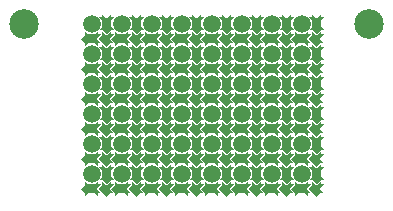
<source format=gbs>
G04 DipTrace 5.1.0.1*
G04 BottomMask.gbs*
%MOIN*%
G04 #@! TF.FileFunction,Soldermask,Bot*
G04 #@! TF.Part,Single*
%ADD16C,0.098425*%
%ADD19C,0.059055*%
%FSLAX26Y26*%
G04*
G70*
G90*
G75*
G01*
G04 BotMask*
%LPD*%
D16*
X487402Y1041732D3*
X1637402D3*
G36*
X690748Y918138D2*
Y905343D1*
X677138Y891732D1*
X690748Y878122D1*
Y865327D1*
X701406Y875984D1*
X723398D1*
X734055Y865327D1*
Y876457D1*
X744831D1*
X729535Y891752D1*
X744735Y907402D1*
X734055D1*
Y918138D1*
X723398Y907480D1*
X701406D1*
X690748Y918138D1*
G37*
G36*
X734224Y891732D2*
X762402Y863555D1*
X774909Y876063D1*
X787744D1*
X772075Y891732D1*
X787705Y907362D1*
X778031D1*
Y917035D1*
X762402Y901406D1*
X746732Y917075D1*
Y904240D1*
X734224Y891732D1*
G37*
G36*
X735996Y920079D2*
X748791D1*
X762402Y906469D1*
X776012Y920079D1*
X788807D1*
X778150Y930736D1*
Y952728D1*
X788807Y963386D1*
X777677D1*
Y974161D1*
X762382Y958866D1*
X746732Y974066D1*
Y963386D1*
X735996D1*
X746654Y952728D1*
Y930736D1*
X735996Y920079D1*
G37*
G36*
X790748Y918138D2*
Y905343D1*
X777138Y891732D1*
X790748Y878122D1*
Y865327D1*
X801406Y875984D1*
X823398D1*
X834055Y865327D1*
Y876457D1*
X844831D1*
X829535Y891752D1*
X844735Y907402D1*
X834055D1*
Y918138D1*
X823398Y907480D1*
X801406D1*
X790748Y918138D1*
G37*
G36*
X834224Y891732D2*
X862402Y863555D1*
X874909Y876063D1*
X887744D1*
X872075Y891732D1*
X887705Y907362D1*
X878031D1*
Y917035D1*
X862402Y901406D1*
X846732Y917075D1*
Y904240D1*
X834224Y891732D1*
G37*
G36*
X835996Y920079D2*
X848791D1*
X862402Y906469D1*
X876012Y920079D1*
X888807D1*
X878150Y930736D1*
Y952728D1*
X888807Y963386D1*
X877677D1*
Y974161D1*
X862382Y958866D1*
X846732Y974066D1*
Y963386D1*
X835996D1*
X846654Y952728D1*
Y930736D1*
X835996Y920079D1*
G37*
G36*
X890748Y918138D2*
Y905343D1*
X877138Y891732D1*
X890748Y878122D1*
Y865327D1*
X901406Y875984D1*
X923398D1*
X934055Y865327D1*
Y876457D1*
X944831D1*
X929535Y891752D1*
X944735Y907402D1*
X934055D1*
Y918138D1*
X923398Y907480D1*
X901406D1*
X890748Y918138D1*
G37*
G36*
X934224Y891732D2*
X962402Y863555D1*
X974909Y876063D1*
X987744D1*
X972075Y891732D1*
X987705Y907362D1*
X978031D1*
Y917035D1*
X962402Y901406D1*
X946732Y917075D1*
Y904240D1*
X934224Y891732D1*
G37*
G36*
X935996Y920079D2*
X948791D1*
X962402Y906469D1*
X976012Y920079D1*
X988807D1*
X978150Y930736D1*
Y952728D1*
X988807Y963386D1*
X977677D1*
Y974161D1*
X962382Y958866D1*
X946732Y974066D1*
Y963386D1*
X935996D1*
X946654Y952728D1*
Y930736D1*
X935996Y920079D1*
G37*
G36*
X990748Y918138D2*
Y905343D1*
X977138Y891732D1*
X990748Y878122D1*
Y865327D1*
X1001406Y875984D1*
X1023398D1*
X1034055Y865327D1*
Y876457D1*
X1044831D1*
X1029535Y891752D1*
X1044735Y907402D1*
X1034055D1*
Y918138D1*
X1023398Y907480D1*
X1001406D1*
X990748Y918138D1*
G37*
G36*
X1034224Y891732D2*
X1062402Y863555D1*
X1074909Y876063D1*
X1087744D1*
X1072075Y891732D1*
X1087705Y907362D1*
X1078031D1*
Y917035D1*
X1062402Y901406D1*
X1046732Y917075D1*
Y904240D1*
X1034224Y891732D1*
G37*
G36*
X1035996Y920079D2*
X1048791D1*
X1062402Y906469D1*
X1076012Y920079D1*
X1088807D1*
X1078150Y930736D1*
Y952728D1*
X1088807Y963386D1*
X1077677D1*
Y974161D1*
X1062382Y958866D1*
X1046732Y974066D1*
Y963386D1*
X1035996D1*
X1046654Y952728D1*
Y930736D1*
X1035996Y920079D1*
G37*
G36*
X1090748Y918138D2*
Y905343D1*
X1077138Y891732D1*
X1090748Y878122D1*
Y865327D1*
X1101406Y875984D1*
X1123398D1*
X1134055Y865327D1*
Y876457D1*
X1144831D1*
X1129535Y891752D1*
X1144735Y907402D1*
X1134055D1*
Y918138D1*
X1123398Y907480D1*
X1101406D1*
X1090748Y918138D1*
G37*
G36*
X1134224Y891732D2*
X1162402Y863555D1*
X1174909Y876063D1*
X1187744D1*
X1172075Y891732D1*
X1187705Y907362D1*
X1178031D1*
Y917035D1*
X1162402Y901406D1*
X1146732Y917075D1*
Y904240D1*
X1134224Y891732D1*
G37*
G36*
X1135996Y920079D2*
X1148791D1*
X1162402Y906469D1*
X1176012Y920079D1*
X1188807D1*
X1178150Y930736D1*
Y952728D1*
X1188807Y963386D1*
X1177677D1*
Y974161D1*
X1162382Y958866D1*
X1146732Y974066D1*
Y963386D1*
X1135996D1*
X1146654Y952728D1*
Y930736D1*
X1135996Y920079D1*
G37*
G36*
X1190748Y918138D2*
Y905343D1*
X1177138Y891732D1*
X1190748Y878122D1*
Y865327D1*
X1201406Y875984D1*
X1223398D1*
X1234055Y865327D1*
Y876457D1*
X1244831D1*
X1229535Y891752D1*
X1244735Y907402D1*
X1234055D1*
Y918138D1*
X1223398Y907480D1*
X1201406D1*
X1190748Y918138D1*
G37*
G36*
X1234224Y891732D2*
X1262402Y863555D1*
X1274909Y876063D1*
X1287744D1*
X1272075Y891732D1*
X1287705Y907362D1*
X1278031D1*
Y917035D1*
X1262402Y901406D1*
X1246732Y917075D1*
Y904240D1*
X1234224Y891732D1*
G37*
G36*
X1235996Y920079D2*
X1248791D1*
X1262402Y906469D1*
X1276012Y920079D1*
X1288807D1*
X1278150Y930736D1*
Y952728D1*
X1288807Y963386D1*
X1277677D1*
Y974161D1*
X1262382Y958866D1*
X1246732Y974066D1*
Y963386D1*
X1235996D1*
X1246654Y952728D1*
Y930736D1*
X1235996Y920079D1*
G37*
G36*
X1290748Y918138D2*
Y905343D1*
X1277138Y891732D1*
X1290748Y878122D1*
Y865327D1*
X1301406Y875984D1*
X1323398D1*
X1334055Y865327D1*
Y876457D1*
X1344831D1*
X1329535Y891752D1*
X1344735Y907402D1*
X1334055D1*
Y918138D1*
X1323398Y907480D1*
X1301406D1*
X1290748Y918138D1*
G37*
G36*
X1334224Y891732D2*
X1362402Y863555D1*
X1374909Y876063D1*
X1387744D1*
X1372075Y891732D1*
X1387705Y907362D1*
X1378031D1*
Y917035D1*
X1362402Y901406D1*
X1346732Y917075D1*
Y904240D1*
X1334224Y891732D1*
G37*
G36*
X1335996Y920079D2*
X1348791D1*
X1362402Y906469D1*
X1376012Y920079D1*
X1388807D1*
X1378150Y930736D1*
Y952728D1*
X1388807Y963386D1*
X1377677D1*
Y974161D1*
X1362382Y958866D1*
X1346732Y974066D1*
Y963386D1*
X1335996D1*
X1346654Y952728D1*
Y930736D1*
X1335996Y920079D1*
G37*
G36*
X1390748Y918138D2*
Y905343D1*
X1377138Y891732D1*
X1390748Y878122D1*
Y865327D1*
X1401406Y875984D1*
X1423398D1*
X1434055Y865327D1*
Y876457D1*
X1444831D1*
X1429535Y891752D1*
X1444735Y907402D1*
X1434055D1*
Y918138D1*
X1423398Y907480D1*
X1401406D1*
X1390748Y918138D1*
G37*
G36*
X1434224Y891732D2*
X1462402Y863555D1*
X1474909Y876063D1*
X1487744D1*
X1472075Y891732D1*
X1487705Y907362D1*
X1478031D1*
Y917035D1*
X1462402Y901406D1*
X1446732Y917075D1*
Y904240D1*
X1434224Y891732D1*
G37*
G36*
X1435996Y920079D2*
X1448791D1*
X1462402Y906469D1*
X1476012Y920079D1*
X1488807D1*
X1478150Y930736D1*
Y952728D1*
X1488807Y963386D1*
X1477677D1*
Y974161D1*
X1462382Y958866D1*
X1446732Y974066D1*
Y963386D1*
X1435996D1*
X1446654Y952728D1*
Y930736D1*
X1435996Y920079D1*
G37*
D19*
X712402Y941732D3*
X812402D3*
X912402D3*
X1012402D3*
X1112402D3*
X1212402D3*
X1312402D3*
X1412402D3*
G36*
X690748Y818138D2*
Y805343D1*
X677138Y791732D1*
X690748Y778122D1*
Y765327D1*
X701406Y775984D1*
X723398D1*
X734055Y765327D1*
Y776457D1*
X744831D1*
X729535Y791752D1*
X744735Y807402D1*
X734055D1*
Y818138D1*
X723398Y807480D1*
X701406D1*
X690748Y818138D1*
G37*
G36*
X734224Y791732D2*
X762402Y763555D1*
X774909Y776063D1*
X787744D1*
X772075Y791732D1*
X787705Y807362D1*
X778031D1*
Y817035D1*
X762402Y801406D1*
X746732Y817075D1*
Y804240D1*
X734224Y791732D1*
G37*
G36*
X735996Y820079D2*
X748791D1*
X762402Y806469D1*
X776012Y820079D1*
X788807D1*
X778150Y830736D1*
Y852728D1*
X788807Y863386D1*
X777677D1*
Y874161D1*
X762382Y858866D1*
X746732Y874066D1*
Y863386D1*
X735996D1*
X746654Y852728D1*
Y830736D1*
X735996Y820079D1*
G37*
G36*
X790748Y818138D2*
Y805343D1*
X777138Y791732D1*
X790748Y778122D1*
Y765327D1*
X801406Y775984D1*
X823398D1*
X834055Y765327D1*
Y776457D1*
X844831D1*
X829535Y791752D1*
X844735Y807402D1*
X834055D1*
Y818138D1*
X823398Y807480D1*
X801406D1*
X790748Y818138D1*
G37*
G36*
X834224Y791732D2*
X862402Y763555D1*
X874909Y776063D1*
X887744D1*
X872075Y791732D1*
X887705Y807362D1*
X878031D1*
Y817035D1*
X862402Y801406D1*
X846732Y817075D1*
Y804240D1*
X834224Y791732D1*
G37*
G36*
X835996Y820079D2*
X848791D1*
X862402Y806469D1*
X876012Y820079D1*
X888807D1*
X878150Y830736D1*
Y852728D1*
X888807Y863386D1*
X877677D1*
Y874161D1*
X862382Y858866D1*
X846732Y874066D1*
Y863386D1*
X835996D1*
X846654Y852728D1*
Y830736D1*
X835996Y820079D1*
G37*
G36*
X890748Y818138D2*
Y805343D1*
X877138Y791732D1*
X890748Y778122D1*
Y765327D1*
X901406Y775984D1*
X923398D1*
X934055Y765327D1*
Y776457D1*
X944831D1*
X929535Y791752D1*
X944735Y807402D1*
X934055D1*
Y818138D1*
X923398Y807480D1*
X901406D1*
X890748Y818138D1*
G37*
G36*
X934224Y791732D2*
X962402Y763555D1*
X974909Y776063D1*
X987744D1*
X972075Y791732D1*
X987705Y807362D1*
X978031D1*
Y817035D1*
X962402Y801406D1*
X946732Y817075D1*
Y804240D1*
X934224Y791732D1*
G37*
G36*
X935996Y820079D2*
X948791D1*
X962402Y806469D1*
X976012Y820079D1*
X988807D1*
X978150Y830736D1*
Y852728D1*
X988807Y863386D1*
X977677D1*
Y874161D1*
X962382Y858866D1*
X946732Y874066D1*
Y863386D1*
X935996D1*
X946654Y852728D1*
Y830736D1*
X935996Y820079D1*
G37*
G36*
X990748Y818138D2*
Y805343D1*
X977138Y791732D1*
X990748Y778122D1*
Y765327D1*
X1001406Y775984D1*
X1023398D1*
X1034055Y765327D1*
Y776457D1*
X1044831D1*
X1029535Y791752D1*
X1044735Y807402D1*
X1034055D1*
Y818138D1*
X1023398Y807480D1*
X1001406D1*
X990748Y818138D1*
G37*
G36*
X1034224Y791732D2*
X1062402Y763555D1*
X1074909Y776063D1*
X1087744D1*
X1072075Y791732D1*
X1087705Y807362D1*
X1078031D1*
Y817035D1*
X1062402Y801406D1*
X1046732Y817075D1*
Y804240D1*
X1034224Y791732D1*
G37*
G36*
X1035996Y820079D2*
X1048791D1*
X1062402Y806469D1*
X1076012Y820079D1*
X1088807D1*
X1078150Y830736D1*
Y852728D1*
X1088807Y863386D1*
X1077677D1*
Y874161D1*
X1062382Y858866D1*
X1046732Y874066D1*
Y863386D1*
X1035996D1*
X1046654Y852728D1*
Y830736D1*
X1035996Y820079D1*
G37*
G36*
X1090748Y818138D2*
Y805343D1*
X1077138Y791732D1*
X1090748Y778122D1*
Y765327D1*
X1101406Y775984D1*
X1123398D1*
X1134055Y765327D1*
Y776457D1*
X1144831D1*
X1129535Y791752D1*
X1144735Y807402D1*
X1134055D1*
Y818138D1*
X1123398Y807480D1*
X1101406D1*
X1090748Y818138D1*
G37*
G36*
X1134224Y791732D2*
X1162402Y763555D1*
X1174909Y776063D1*
X1187744D1*
X1172075Y791732D1*
X1187705Y807362D1*
X1178031D1*
Y817035D1*
X1162402Y801406D1*
X1146732Y817075D1*
Y804240D1*
X1134224Y791732D1*
G37*
G36*
X1135996Y820079D2*
X1148791D1*
X1162402Y806469D1*
X1176012Y820079D1*
X1188807D1*
X1178150Y830736D1*
Y852728D1*
X1188807Y863386D1*
X1177677D1*
Y874161D1*
X1162382Y858866D1*
X1146732Y874066D1*
Y863386D1*
X1135996D1*
X1146654Y852728D1*
Y830736D1*
X1135996Y820079D1*
G37*
G36*
X1190748Y818138D2*
Y805343D1*
X1177138Y791732D1*
X1190748Y778122D1*
Y765327D1*
X1201406Y775984D1*
X1223398D1*
X1234055Y765327D1*
Y776457D1*
X1244831D1*
X1229535Y791752D1*
X1244735Y807402D1*
X1234055D1*
Y818138D1*
X1223398Y807480D1*
X1201406D1*
X1190748Y818138D1*
G37*
G36*
X1234224Y791732D2*
X1262402Y763555D1*
X1274909Y776063D1*
X1287744D1*
X1272075Y791732D1*
X1287705Y807362D1*
X1278031D1*
Y817035D1*
X1262402Y801406D1*
X1246732Y817075D1*
Y804240D1*
X1234224Y791732D1*
G37*
G36*
X1235996Y820079D2*
X1248791D1*
X1262402Y806469D1*
X1276012Y820079D1*
X1288807D1*
X1278150Y830736D1*
Y852728D1*
X1288807Y863386D1*
X1277677D1*
Y874161D1*
X1262382Y858866D1*
X1246732Y874066D1*
Y863386D1*
X1235996D1*
X1246654Y852728D1*
Y830736D1*
X1235996Y820079D1*
G37*
G36*
X1290748Y818138D2*
Y805343D1*
X1277138Y791732D1*
X1290748Y778122D1*
Y765327D1*
X1301406Y775984D1*
X1323398D1*
X1334055Y765327D1*
Y776457D1*
X1344831D1*
X1329535Y791752D1*
X1344735Y807402D1*
X1334055D1*
Y818138D1*
X1323398Y807480D1*
X1301406D1*
X1290748Y818138D1*
G37*
G36*
X1334224Y791732D2*
X1362402Y763555D1*
X1374909Y776063D1*
X1387744D1*
X1372075Y791732D1*
X1387705Y807362D1*
X1378031D1*
Y817035D1*
X1362402Y801406D1*
X1346732Y817075D1*
Y804240D1*
X1334224Y791732D1*
G37*
G36*
X1335996Y820079D2*
X1348791D1*
X1362402Y806469D1*
X1376012Y820079D1*
X1388807D1*
X1378150Y830736D1*
Y852728D1*
X1388807Y863386D1*
X1377677D1*
Y874161D1*
X1362382Y858866D1*
X1346732Y874066D1*
Y863386D1*
X1335996D1*
X1346654Y852728D1*
Y830736D1*
X1335996Y820079D1*
G37*
G36*
X1390748Y818138D2*
Y805343D1*
X1377138Y791732D1*
X1390748Y778122D1*
Y765327D1*
X1401406Y775984D1*
X1423398D1*
X1434055Y765327D1*
Y776457D1*
X1444831D1*
X1429535Y791752D1*
X1444735Y807402D1*
X1434055D1*
Y818138D1*
X1423398Y807480D1*
X1401406D1*
X1390748Y818138D1*
G37*
G36*
X1434224Y791732D2*
X1462402Y763555D1*
X1474909Y776063D1*
X1487744D1*
X1472075Y791732D1*
X1487705Y807362D1*
X1478031D1*
Y817035D1*
X1462402Y801406D1*
X1446732Y817075D1*
Y804240D1*
X1434224Y791732D1*
G37*
G36*
X1435996Y820079D2*
X1448791D1*
X1462402Y806469D1*
X1476012Y820079D1*
X1488807D1*
X1478150Y830736D1*
Y852728D1*
X1488807Y863386D1*
X1477677D1*
Y874161D1*
X1462382Y858866D1*
X1446732Y874066D1*
Y863386D1*
X1435996D1*
X1446654Y852728D1*
Y830736D1*
X1435996Y820079D1*
G37*
D19*
X712402Y841732D3*
X812402D3*
X912402D3*
X1012402D3*
X1112402D3*
X1212402D3*
X1312402D3*
X1412402D3*
G36*
X690748Y718138D2*
Y705343D1*
X677138Y691732D1*
X690748Y678122D1*
Y665327D1*
X701406Y675984D1*
X723398D1*
X734055Y665327D1*
Y676457D1*
X744831D1*
X729535Y691752D1*
X744735Y707402D1*
X734055D1*
Y718138D1*
X723398Y707480D1*
X701406D1*
X690748Y718138D1*
G37*
G36*
X734224Y691732D2*
X762402Y663555D1*
X774909Y676063D1*
X787744D1*
X772075Y691732D1*
X787705Y707362D1*
X778031D1*
Y717035D1*
X762402Y701406D1*
X746732Y717075D1*
Y704240D1*
X734224Y691732D1*
G37*
G36*
X735996Y720079D2*
X748791D1*
X762402Y706469D1*
X776012Y720079D1*
X788807D1*
X778150Y730736D1*
Y752728D1*
X788807Y763386D1*
X777677D1*
Y774161D1*
X762382Y758866D1*
X746732Y774066D1*
Y763386D1*
X735996D1*
X746654Y752728D1*
Y730736D1*
X735996Y720079D1*
G37*
G36*
X790748Y718138D2*
Y705343D1*
X777138Y691732D1*
X790748Y678122D1*
Y665327D1*
X801406Y675984D1*
X823398D1*
X834055Y665327D1*
Y676457D1*
X844831D1*
X829535Y691752D1*
X844735Y707402D1*
X834055D1*
Y718138D1*
X823398Y707480D1*
X801406D1*
X790748Y718138D1*
G37*
G36*
X834224Y691732D2*
X862402Y663555D1*
X874909Y676063D1*
X887744D1*
X872075Y691732D1*
X887705Y707362D1*
X878031D1*
Y717035D1*
X862402Y701406D1*
X846732Y717075D1*
Y704240D1*
X834224Y691732D1*
G37*
G36*
X835996Y720079D2*
X848791D1*
X862402Y706469D1*
X876012Y720079D1*
X888807D1*
X878150Y730736D1*
Y752728D1*
X888807Y763386D1*
X877677D1*
Y774161D1*
X862382Y758866D1*
X846732Y774066D1*
Y763386D1*
X835996D1*
X846654Y752728D1*
Y730736D1*
X835996Y720079D1*
G37*
G36*
X890748Y718138D2*
Y705343D1*
X877138Y691732D1*
X890748Y678122D1*
Y665327D1*
X901406Y675984D1*
X923398D1*
X934055Y665327D1*
Y676457D1*
X944831D1*
X929535Y691752D1*
X944735Y707402D1*
X934055D1*
Y718138D1*
X923398Y707480D1*
X901406D1*
X890748Y718138D1*
G37*
G36*
X934224Y691732D2*
X962402Y663555D1*
X974909Y676063D1*
X987744D1*
X972075Y691732D1*
X987705Y707362D1*
X978031D1*
Y717035D1*
X962402Y701406D1*
X946732Y717075D1*
Y704240D1*
X934224Y691732D1*
G37*
G36*
X935996Y720079D2*
X948791D1*
X962402Y706469D1*
X976012Y720079D1*
X988807D1*
X978150Y730736D1*
Y752728D1*
X988807Y763386D1*
X977677D1*
Y774161D1*
X962382Y758866D1*
X946732Y774066D1*
Y763386D1*
X935996D1*
X946654Y752728D1*
Y730736D1*
X935996Y720079D1*
G37*
G36*
X990748Y718138D2*
Y705343D1*
X977138Y691732D1*
X990748Y678122D1*
Y665327D1*
X1001406Y675984D1*
X1023398D1*
X1034055Y665327D1*
Y676457D1*
X1044831D1*
X1029535Y691752D1*
X1044735Y707402D1*
X1034055D1*
Y718138D1*
X1023398Y707480D1*
X1001406D1*
X990748Y718138D1*
G37*
G36*
X1034224Y691732D2*
X1062402Y663555D1*
X1074909Y676063D1*
X1087744D1*
X1072075Y691732D1*
X1087705Y707362D1*
X1078031D1*
Y717035D1*
X1062402Y701406D1*
X1046732Y717075D1*
Y704240D1*
X1034224Y691732D1*
G37*
G36*
X1035996Y720079D2*
X1048791D1*
X1062402Y706469D1*
X1076012Y720079D1*
X1088807D1*
X1078150Y730736D1*
Y752728D1*
X1088807Y763386D1*
X1077677D1*
Y774161D1*
X1062382Y758866D1*
X1046732Y774066D1*
Y763386D1*
X1035996D1*
X1046654Y752728D1*
Y730736D1*
X1035996Y720079D1*
G37*
G36*
X1090748Y718138D2*
Y705343D1*
X1077138Y691732D1*
X1090748Y678122D1*
Y665327D1*
X1101406Y675984D1*
X1123398D1*
X1134055Y665327D1*
Y676457D1*
X1144831D1*
X1129535Y691752D1*
X1144735Y707402D1*
X1134055D1*
Y718138D1*
X1123398Y707480D1*
X1101406D1*
X1090748Y718138D1*
G37*
G36*
X1134224Y691732D2*
X1162402Y663555D1*
X1174909Y676063D1*
X1187744D1*
X1172075Y691732D1*
X1187705Y707362D1*
X1178031D1*
Y717035D1*
X1162402Y701406D1*
X1146732Y717075D1*
Y704240D1*
X1134224Y691732D1*
G37*
G36*
X1135996Y720079D2*
X1148791D1*
X1162402Y706469D1*
X1176012Y720079D1*
X1188807D1*
X1178150Y730736D1*
Y752728D1*
X1188807Y763386D1*
X1177677D1*
Y774161D1*
X1162382Y758866D1*
X1146732Y774066D1*
Y763386D1*
X1135996D1*
X1146654Y752728D1*
Y730736D1*
X1135996Y720079D1*
G37*
G36*
X1190748Y718138D2*
Y705343D1*
X1177138Y691732D1*
X1190748Y678122D1*
Y665327D1*
X1201406Y675984D1*
X1223398D1*
X1234055Y665327D1*
Y676457D1*
X1244831D1*
X1229535Y691752D1*
X1244735Y707402D1*
X1234055D1*
Y718138D1*
X1223398Y707480D1*
X1201406D1*
X1190748Y718138D1*
G37*
G36*
X1234224Y691732D2*
X1262402Y663555D1*
X1274909Y676063D1*
X1287744D1*
X1272075Y691732D1*
X1287705Y707362D1*
X1278031D1*
Y717035D1*
X1262402Y701406D1*
X1246732Y717075D1*
Y704240D1*
X1234224Y691732D1*
G37*
G36*
X1235996Y720079D2*
X1248791D1*
X1262402Y706469D1*
X1276012Y720079D1*
X1288807D1*
X1278150Y730736D1*
Y752728D1*
X1288807Y763386D1*
X1277677D1*
Y774161D1*
X1262382Y758866D1*
X1246732Y774066D1*
Y763386D1*
X1235996D1*
X1246654Y752728D1*
Y730736D1*
X1235996Y720079D1*
G37*
G36*
X1290748Y718138D2*
Y705343D1*
X1277138Y691732D1*
X1290748Y678122D1*
Y665327D1*
X1301406Y675984D1*
X1323398D1*
X1334055Y665327D1*
Y676457D1*
X1344831D1*
X1329535Y691752D1*
X1344735Y707402D1*
X1334055D1*
Y718138D1*
X1323398Y707480D1*
X1301406D1*
X1290748Y718138D1*
G37*
G36*
X1334224Y691732D2*
X1362402Y663555D1*
X1374909Y676063D1*
X1387744D1*
X1372075Y691732D1*
X1387705Y707362D1*
X1378031D1*
Y717035D1*
X1362402Y701406D1*
X1346732Y717075D1*
Y704240D1*
X1334224Y691732D1*
G37*
G36*
X1335996Y720079D2*
X1348791D1*
X1362402Y706469D1*
X1376012Y720079D1*
X1388807D1*
X1378150Y730736D1*
Y752728D1*
X1388807Y763386D1*
X1377677D1*
Y774161D1*
X1362382Y758866D1*
X1346732Y774066D1*
Y763386D1*
X1335996D1*
X1346654Y752728D1*
Y730736D1*
X1335996Y720079D1*
G37*
G36*
X1390748Y718138D2*
Y705343D1*
X1377138Y691732D1*
X1390748Y678122D1*
Y665327D1*
X1401406Y675984D1*
X1423398D1*
X1434055Y665327D1*
Y676457D1*
X1444831D1*
X1429535Y691752D1*
X1444735Y707402D1*
X1434055D1*
Y718138D1*
X1423398Y707480D1*
X1401406D1*
X1390748Y718138D1*
G37*
G36*
X1434224Y691732D2*
X1462402Y663555D1*
X1474909Y676063D1*
X1487744D1*
X1472075Y691732D1*
X1487705Y707362D1*
X1478031D1*
Y717035D1*
X1462402Y701406D1*
X1446732Y717075D1*
Y704240D1*
X1434224Y691732D1*
G37*
G36*
X1435996Y720079D2*
X1448791D1*
X1462402Y706469D1*
X1476012Y720079D1*
X1488807D1*
X1478150Y730736D1*
Y752728D1*
X1488807Y763386D1*
X1477677D1*
Y774161D1*
X1462382Y758866D1*
X1446732Y774066D1*
Y763386D1*
X1435996D1*
X1446654Y752728D1*
Y730736D1*
X1435996Y720079D1*
G37*
D19*
X712402Y741732D3*
X812402D3*
X912402D3*
X1012402D3*
X1112402D3*
X1212402D3*
X1312402D3*
X1412402D3*
G36*
X690748Y618138D2*
Y605343D1*
X677138Y591732D1*
X690748Y578122D1*
Y565327D1*
X701406Y575984D1*
X723398D1*
X734055Y565327D1*
Y576457D1*
X744831D1*
X729535Y591752D1*
X744735Y607402D1*
X734055D1*
Y618138D1*
X723398Y607480D1*
X701406D1*
X690748Y618138D1*
G37*
G36*
X734224Y591732D2*
X762402Y563555D1*
X774909Y576063D1*
X787744D1*
X772075Y591732D1*
X787705Y607362D1*
X778031D1*
Y617035D1*
X762402Y601406D1*
X746732Y617075D1*
Y604240D1*
X734224Y591732D1*
G37*
G36*
X735996Y620079D2*
X748791D1*
X762402Y606469D1*
X776012Y620079D1*
X788807D1*
X778150Y630736D1*
Y652728D1*
X788807Y663386D1*
X777677D1*
Y674161D1*
X762382Y658866D1*
X746732Y674066D1*
Y663386D1*
X735996D1*
X746654Y652728D1*
Y630736D1*
X735996Y620079D1*
G37*
G36*
X790748Y618138D2*
Y605343D1*
X777138Y591732D1*
X790748Y578122D1*
Y565327D1*
X801406Y575984D1*
X823398D1*
X834055Y565327D1*
Y576457D1*
X844831D1*
X829535Y591752D1*
X844735Y607402D1*
X834055D1*
Y618138D1*
X823398Y607480D1*
X801406D1*
X790748Y618138D1*
G37*
G36*
X834224Y591732D2*
X862402Y563555D1*
X874909Y576063D1*
X887744D1*
X872075Y591732D1*
X887705Y607362D1*
X878031D1*
Y617035D1*
X862402Y601406D1*
X846732Y617075D1*
Y604240D1*
X834224Y591732D1*
G37*
G36*
X835996Y620079D2*
X848791D1*
X862402Y606469D1*
X876012Y620079D1*
X888807D1*
X878150Y630736D1*
Y652728D1*
X888807Y663386D1*
X877677D1*
Y674161D1*
X862382Y658866D1*
X846732Y674066D1*
Y663386D1*
X835996D1*
X846654Y652728D1*
Y630736D1*
X835996Y620079D1*
G37*
G36*
X890748Y618138D2*
Y605343D1*
X877138Y591732D1*
X890748Y578122D1*
Y565327D1*
X901406Y575984D1*
X923398D1*
X934055Y565327D1*
Y576457D1*
X944831D1*
X929535Y591752D1*
X944735Y607402D1*
X934055D1*
Y618138D1*
X923398Y607480D1*
X901406D1*
X890748Y618138D1*
G37*
G36*
X934224Y591732D2*
X962402Y563555D1*
X974909Y576063D1*
X987744D1*
X972075Y591732D1*
X987705Y607362D1*
X978031D1*
Y617035D1*
X962402Y601406D1*
X946732Y617075D1*
Y604240D1*
X934224Y591732D1*
G37*
G36*
X935996Y620079D2*
X948791D1*
X962402Y606469D1*
X976012Y620079D1*
X988807D1*
X978150Y630736D1*
Y652728D1*
X988807Y663386D1*
X977677D1*
Y674161D1*
X962382Y658866D1*
X946732Y674066D1*
Y663386D1*
X935996D1*
X946654Y652728D1*
Y630736D1*
X935996Y620079D1*
G37*
G36*
X990748Y618138D2*
Y605343D1*
X977138Y591732D1*
X990748Y578122D1*
Y565327D1*
X1001406Y575984D1*
X1023398D1*
X1034055Y565327D1*
Y576457D1*
X1044831D1*
X1029535Y591752D1*
X1044735Y607402D1*
X1034055D1*
Y618138D1*
X1023398Y607480D1*
X1001406D1*
X990748Y618138D1*
G37*
G36*
X1034224Y591732D2*
X1062402Y563555D1*
X1074909Y576063D1*
X1087744D1*
X1072075Y591732D1*
X1087705Y607362D1*
X1078031D1*
Y617035D1*
X1062402Y601406D1*
X1046732Y617075D1*
Y604240D1*
X1034224Y591732D1*
G37*
G36*
X1035996Y620079D2*
X1048791D1*
X1062402Y606469D1*
X1076012Y620079D1*
X1088807D1*
X1078150Y630736D1*
Y652728D1*
X1088807Y663386D1*
X1077677D1*
Y674161D1*
X1062382Y658866D1*
X1046732Y674066D1*
Y663386D1*
X1035996D1*
X1046654Y652728D1*
Y630736D1*
X1035996Y620079D1*
G37*
G36*
X1090748Y618138D2*
Y605343D1*
X1077138Y591732D1*
X1090748Y578122D1*
Y565327D1*
X1101406Y575984D1*
X1123398D1*
X1134055Y565327D1*
Y576457D1*
X1144831D1*
X1129535Y591752D1*
X1144735Y607402D1*
X1134055D1*
Y618138D1*
X1123398Y607480D1*
X1101406D1*
X1090748Y618138D1*
G37*
G36*
X1134224Y591732D2*
X1162402Y563555D1*
X1174909Y576063D1*
X1187744D1*
X1172075Y591732D1*
X1187705Y607362D1*
X1178031D1*
Y617035D1*
X1162402Y601406D1*
X1146732Y617075D1*
Y604240D1*
X1134224Y591732D1*
G37*
G36*
X1135996Y620079D2*
X1148791D1*
X1162402Y606469D1*
X1176012Y620079D1*
X1188807D1*
X1178150Y630736D1*
Y652728D1*
X1188807Y663386D1*
X1177677D1*
Y674161D1*
X1162382Y658866D1*
X1146732Y674066D1*
Y663386D1*
X1135996D1*
X1146654Y652728D1*
Y630736D1*
X1135996Y620079D1*
G37*
G36*
X1190748Y618138D2*
Y605343D1*
X1177138Y591732D1*
X1190748Y578122D1*
Y565327D1*
X1201406Y575984D1*
X1223398D1*
X1234055Y565327D1*
Y576457D1*
X1244831D1*
X1229535Y591752D1*
X1244735Y607402D1*
X1234055D1*
Y618138D1*
X1223398Y607480D1*
X1201406D1*
X1190748Y618138D1*
G37*
G36*
X1234224Y591732D2*
X1262402Y563555D1*
X1274909Y576063D1*
X1287744D1*
X1272075Y591732D1*
X1287705Y607362D1*
X1278031D1*
Y617035D1*
X1262402Y601406D1*
X1246732Y617075D1*
Y604240D1*
X1234224Y591732D1*
G37*
G36*
X1235996Y620079D2*
X1248791D1*
X1262402Y606469D1*
X1276012Y620079D1*
X1288807D1*
X1278150Y630736D1*
Y652728D1*
X1288807Y663386D1*
X1277677D1*
Y674161D1*
X1262382Y658866D1*
X1246732Y674066D1*
Y663386D1*
X1235996D1*
X1246654Y652728D1*
Y630736D1*
X1235996Y620079D1*
G37*
G36*
X1290748Y618138D2*
Y605343D1*
X1277138Y591732D1*
X1290748Y578122D1*
Y565327D1*
X1301406Y575984D1*
X1323398D1*
X1334055Y565327D1*
Y576457D1*
X1344831D1*
X1329535Y591752D1*
X1344735Y607402D1*
X1334055D1*
Y618138D1*
X1323398Y607480D1*
X1301406D1*
X1290748Y618138D1*
G37*
G36*
X1334224Y591732D2*
X1362402Y563555D1*
X1374909Y576063D1*
X1387744D1*
X1372075Y591732D1*
X1387705Y607362D1*
X1378031D1*
Y617035D1*
X1362402Y601406D1*
X1346732Y617075D1*
Y604240D1*
X1334224Y591732D1*
G37*
G36*
X1335996Y620079D2*
X1348791D1*
X1362402Y606469D1*
X1376012Y620079D1*
X1388807D1*
X1378150Y630736D1*
Y652728D1*
X1388807Y663386D1*
X1377677D1*
Y674161D1*
X1362382Y658866D1*
X1346732Y674066D1*
Y663386D1*
X1335996D1*
X1346654Y652728D1*
Y630736D1*
X1335996Y620079D1*
G37*
G36*
X1390748Y618138D2*
Y605343D1*
X1377138Y591732D1*
X1390748Y578122D1*
Y565327D1*
X1401406Y575984D1*
X1423398D1*
X1434055Y565327D1*
Y576457D1*
X1444831D1*
X1429535Y591752D1*
X1444735Y607402D1*
X1434055D1*
Y618138D1*
X1423398Y607480D1*
X1401406D1*
X1390748Y618138D1*
G37*
G36*
X1434224Y591732D2*
X1462402Y563555D1*
X1474909Y576063D1*
X1487744D1*
X1472075Y591732D1*
X1487705Y607362D1*
X1478031D1*
Y617035D1*
X1462402Y601406D1*
X1446732Y617075D1*
Y604240D1*
X1434224Y591732D1*
G37*
G36*
X1435996Y620079D2*
X1448791D1*
X1462402Y606469D1*
X1476012Y620079D1*
X1488807D1*
X1478150Y630736D1*
Y652728D1*
X1488807Y663386D1*
X1477677D1*
Y674161D1*
X1462382Y658866D1*
X1446732Y674066D1*
Y663386D1*
X1435996D1*
X1446654Y652728D1*
Y630736D1*
X1435996Y620079D1*
G37*
D19*
X712402Y641732D3*
X812402D3*
X912402D3*
X1012402D3*
X1112402D3*
X1212402D3*
X1312402D3*
X1412402D3*
G36*
X690748Y518138D2*
Y505343D1*
X677138Y491732D1*
X690748Y478122D1*
Y465327D1*
X701406Y475984D1*
X723398D1*
X734055Y465327D1*
Y476457D1*
X744831D1*
X729535Y491752D1*
X744735Y507402D1*
X734055D1*
Y518138D1*
X723398Y507480D1*
X701406D1*
X690748Y518138D1*
G37*
G36*
X734224Y491732D2*
X762402Y463555D1*
X774909Y476063D1*
X787744D1*
X772075Y491732D1*
X787705Y507362D1*
X778031D1*
Y517035D1*
X762402Y501406D1*
X746732Y517075D1*
Y504240D1*
X734224Y491732D1*
G37*
G36*
X735996Y520079D2*
X748791D1*
X762402Y506469D1*
X776012Y520079D1*
X788807D1*
X778150Y530736D1*
Y552728D1*
X788807Y563386D1*
X777677D1*
Y574161D1*
X762382Y558866D1*
X746732Y574066D1*
Y563386D1*
X735996D1*
X746654Y552728D1*
Y530736D1*
X735996Y520079D1*
G37*
G36*
X790748Y518138D2*
Y505343D1*
X777138Y491732D1*
X790748Y478122D1*
Y465327D1*
X801406Y475984D1*
X823398D1*
X834055Y465327D1*
Y476457D1*
X844831D1*
X829535Y491752D1*
X844735Y507402D1*
X834055D1*
Y518138D1*
X823398Y507480D1*
X801406D1*
X790748Y518138D1*
G37*
G36*
X834224Y491732D2*
X862402Y463555D1*
X874909Y476063D1*
X887744D1*
X872075Y491732D1*
X887705Y507362D1*
X878031D1*
Y517035D1*
X862402Y501406D1*
X846732Y517075D1*
Y504240D1*
X834224Y491732D1*
G37*
G36*
X835996Y520079D2*
X848791D1*
X862402Y506469D1*
X876012Y520079D1*
X888807D1*
X878150Y530736D1*
Y552728D1*
X888807Y563386D1*
X877677D1*
Y574161D1*
X862382Y558866D1*
X846732Y574066D1*
Y563386D1*
X835996D1*
X846654Y552728D1*
Y530736D1*
X835996Y520079D1*
G37*
G36*
X890748Y518138D2*
Y505343D1*
X877138Y491732D1*
X890748Y478122D1*
Y465327D1*
X901406Y475984D1*
X923398D1*
X934055Y465327D1*
Y476457D1*
X944831D1*
X929535Y491752D1*
X944735Y507402D1*
X934055D1*
Y518138D1*
X923398Y507480D1*
X901406D1*
X890748Y518138D1*
G37*
G36*
X934224Y491732D2*
X962402Y463555D1*
X974909Y476063D1*
X987744D1*
X972075Y491732D1*
X987705Y507362D1*
X978031D1*
Y517035D1*
X962402Y501406D1*
X946732Y517075D1*
Y504240D1*
X934224Y491732D1*
G37*
G36*
X935996Y520079D2*
X948791D1*
X962402Y506469D1*
X976012Y520079D1*
X988807D1*
X978150Y530736D1*
Y552728D1*
X988807Y563386D1*
X977677D1*
Y574161D1*
X962382Y558866D1*
X946732Y574066D1*
Y563386D1*
X935996D1*
X946654Y552728D1*
Y530736D1*
X935996Y520079D1*
G37*
G36*
X990748Y518138D2*
Y505343D1*
X977138Y491732D1*
X990748Y478122D1*
Y465327D1*
X1001406Y475984D1*
X1023398D1*
X1034055Y465327D1*
Y476457D1*
X1044831D1*
X1029535Y491752D1*
X1044735Y507402D1*
X1034055D1*
Y518138D1*
X1023398Y507480D1*
X1001406D1*
X990748Y518138D1*
G37*
G36*
X1034224Y491732D2*
X1062402Y463555D1*
X1074909Y476063D1*
X1087744D1*
X1072075Y491732D1*
X1087705Y507362D1*
X1078031D1*
Y517035D1*
X1062402Y501406D1*
X1046732Y517075D1*
Y504240D1*
X1034224Y491732D1*
G37*
G36*
X1035996Y520079D2*
X1048791D1*
X1062402Y506469D1*
X1076012Y520079D1*
X1088807D1*
X1078150Y530736D1*
Y552728D1*
X1088807Y563386D1*
X1077677D1*
Y574161D1*
X1062382Y558866D1*
X1046732Y574066D1*
Y563386D1*
X1035996D1*
X1046654Y552728D1*
Y530736D1*
X1035996Y520079D1*
G37*
G36*
X1090748Y518138D2*
Y505343D1*
X1077138Y491732D1*
X1090748Y478122D1*
Y465327D1*
X1101406Y475984D1*
X1123398D1*
X1134055Y465327D1*
Y476457D1*
X1144831D1*
X1129535Y491752D1*
X1144735Y507402D1*
X1134055D1*
Y518138D1*
X1123398Y507480D1*
X1101406D1*
X1090748Y518138D1*
G37*
G36*
X1134224Y491732D2*
X1162402Y463555D1*
X1174909Y476063D1*
X1187744D1*
X1172075Y491732D1*
X1187705Y507362D1*
X1178031D1*
Y517035D1*
X1162402Y501406D1*
X1146732Y517075D1*
Y504240D1*
X1134224Y491732D1*
G37*
G36*
X1135996Y520079D2*
X1148791D1*
X1162402Y506469D1*
X1176012Y520079D1*
X1188807D1*
X1178150Y530736D1*
Y552728D1*
X1188807Y563386D1*
X1177677D1*
Y574161D1*
X1162382Y558866D1*
X1146732Y574066D1*
Y563386D1*
X1135996D1*
X1146654Y552728D1*
Y530736D1*
X1135996Y520079D1*
G37*
G36*
X1190748Y518138D2*
Y505343D1*
X1177138Y491732D1*
X1190748Y478122D1*
Y465327D1*
X1201406Y475984D1*
X1223398D1*
X1234055Y465327D1*
Y476457D1*
X1244831D1*
X1229535Y491752D1*
X1244735Y507402D1*
X1234055D1*
Y518138D1*
X1223398Y507480D1*
X1201406D1*
X1190748Y518138D1*
G37*
G36*
X1234224Y491732D2*
X1262402Y463555D1*
X1274909Y476063D1*
X1287744D1*
X1272075Y491732D1*
X1287705Y507362D1*
X1278031D1*
Y517035D1*
X1262402Y501406D1*
X1246732Y517075D1*
Y504240D1*
X1234224Y491732D1*
G37*
G36*
X1235996Y520079D2*
X1248791D1*
X1262402Y506469D1*
X1276012Y520079D1*
X1288807D1*
X1278150Y530736D1*
Y552728D1*
X1288807Y563386D1*
X1277677D1*
Y574161D1*
X1262382Y558866D1*
X1246732Y574066D1*
Y563386D1*
X1235996D1*
X1246654Y552728D1*
Y530736D1*
X1235996Y520079D1*
G37*
G36*
X1290748Y518138D2*
Y505343D1*
X1277138Y491732D1*
X1290748Y478122D1*
Y465327D1*
X1301406Y475984D1*
X1323398D1*
X1334055Y465327D1*
Y476457D1*
X1344831D1*
X1329535Y491752D1*
X1344735Y507402D1*
X1334055D1*
Y518138D1*
X1323398Y507480D1*
X1301406D1*
X1290748Y518138D1*
G37*
G36*
X1334224Y491732D2*
X1362402Y463555D1*
X1374909Y476063D1*
X1387744D1*
X1372075Y491732D1*
X1387705Y507362D1*
X1378031D1*
Y517035D1*
X1362402Y501406D1*
X1346732Y517075D1*
Y504240D1*
X1334224Y491732D1*
G37*
G36*
X1335996Y520079D2*
X1348791D1*
X1362402Y506469D1*
X1376012Y520079D1*
X1388807D1*
X1378150Y530736D1*
Y552728D1*
X1388807Y563386D1*
X1377677D1*
Y574161D1*
X1362382Y558866D1*
X1346732Y574066D1*
Y563386D1*
X1335996D1*
X1346654Y552728D1*
Y530736D1*
X1335996Y520079D1*
G37*
G36*
X1390748Y518138D2*
Y505343D1*
X1377138Y491732D1*
X1390748Y478122D1*
Y465327D1*
X1401406Y475984D1*
X1423398D1*
X1434055Y465327D1*
Y476457D1*
X1444831D1*
X1429535Y491752D1*
X1444735Y507402D1*
X1434055D1*
Y518138D1*
X1423398Y507480D1*
X1401406D1*
X1390748Y518138D1*
G37*
G36*
X1434224Y491732D2*
X1462402Y463555D1*
X1474909Y476063D1*
X1487744D1*
X1472075Y491732D1*
X1487705Y507362D1*
X1478031D1*
Y517035D1*
X1462402Y501406D1*
X1446732Y517075D1*
Y504240D1*
X1434224Y491732D1*
G37*
G36*
X1435996Y520079D2*
X1448791D1*
X1462402Y506469D1*
X1476012Y520079D1*
X1488807D1*
X1478150Y530736D1*
Y552728D1*
X1488807Y563386D1*
X1477677D1*
Y574161D1*
X1462382Y558866D1*
X1446732Y574066D1*
Y563386D1*
X1435996D1*
X1446654Y552728D1*
Y530736D1*
X1435996Y520079D1*
G37*
D19*
X712402Y541732D3*
X812402D3*
X912402D3*
X1012402D3*
X1112402D3*
X1212402D3*
X1312402D3*
X1412402D3*
G36*
X690748Y1018138D2*
Y1005343D1*
X677138Y991732D1*
X690748Y978122D1*
Y965327D1*
X701406Y975984D1*
X723398D1*
X734055Y965327D1*
Y976457D1*
X744831D1*
X729535Y991752D1*
X744735Y1007402D1*
X734055D1*
Y1018138D1*
X723398Y1007480D1*
X701406D1*
X690748Y1018138D1*
G37*
G36*
X734224Y991732D2*
X762402Y963555D1*
X774909Y976063D1*
X787744D1*
X772075Y991732D1*
X787705Y1007362D1*
X778031D1*
Y1017035D1*
X762402Y1001406D1*
X746732Y1017075D1*
Y1004240D1*
X734224Y991732D1*
G37*
G36*
X735996Y1020079D2*
X748791D1*
X762402Y1006469D1*
X776012Y1020079D1*
X788807D1*
X778150Y1030736D1*
Y1052728D1*
X788807Y1063386D1*
X777677D1*
Y1074161D1*
X762382Y1058866D1*
X746732Y1074066D1*
Y1063386D1*
X735996D1*
X746654Y1052728D1*
Y1030736D1*
X735996Y1020079D1*
G37*
G36*
X790748Y1018138D2*
Y1005343D1*
X777138Y991732D1*
X790748Y978122D1*
Y965327D1*
X801406Y975984D1*
X823398D1*
X834055Y965327D1*
Y976457D1*
X844831D1*
X829535Y991752D1*
X844735Y1007402D1*
X834055D1*
Y1018138D1*
X823398Y1007480D1*
X801406D1*
X790748Y1018138D1*
G37*
G36*
X834224Y991732D2*
X862402Y963555D1*
X874909Y976063D1*
X887744D1*
X872075Y991732D1*
X887705Y1007362D1*
X878031D1*
Y1017035D1*
X862402Y1001406D1*
X846732Y1017075D1*
Y1004240D1*
X834224Y991732D1*
G37*
G36*
X835996Y1020079D2*
X848791D1*
X862402Y1006469D1*
X876012Y1020079D1*
X888807D1*
X878150Y1030736D1*
Y1052728D1*
X888807Y1063386D1*
X877677D1*
Y1074161D1*
X862382Y1058866D1*
X846732Y1074066D1*
Y1063386D1*
X835996D1*
X846654Y1052728D1*
Y1030736D1*
X835996Y1020079D1*
G37*
G36*
X890748Y1018138D2*
Y1005343D1*
X877138Y991732D1*
X890748Y978122D1*
Y965327D1*
X901406Y975984D1*
X923398D1*
X934055Y965327D1*
Y976457D1*
X944831D1*
X929535Y991752D1*
X944735Y1007402D1*
X934055D1*
Y1018138D1*
X923398Y1007480D1*
X901406D1*
X890748Y1018138D1*
G37*
G36*
X934224Y991732D2*
X962402Y963555D1*
X974909Y976063D1*
X987744D1*
X972075Y991732D1*
X987705Y1007362D1*
X978031D1*
Y1017035D1*
X962402Y1001406D1*
X946732Y1017075D1*
Y1004240D1*
X934224Y991732D1*
G37*
G36*
X935996Y1020079D2*
X948791D1*
X962402Y1006469D1*
X976012Y1020079D1*
X988807D1*
X978150Y1030736D1*
Y1052728D1*
X988807Y1063386D1*
X977677D1*
Y1074161D1*
X962382Y1058866D1*
X946732Y1074066D1*
Y1063386D1*
X935996D1*
X946654Y1052728D1*
Y1030736D1*
X935996Y1020079D1*
G37*
G36*
X990748Y1018138D2*
Y1005343D1*
X977138Y991732D1*
X990748Y978122D1*
Y965327D1*
X1001406Y975984D1*
X1023398D1*
X1034055Y965327D1*
Y976457D1*
X1044831D1*
X1029535Y991752D1*
X1044735Y1007402D1*
X1034055D1*
Y1018138D1*
X1023398Y1007480D1*
X1001406D1*
X990748Y1018138D1*
G37*
G36*
X1034224Y991732D2*
X1062402Y963555D1*
X1074909Y976063D1*
X1087744D1*
X1072075Y991732D1*
X1087705Y1007362D1*
X1078031D1*
Y1017035D1*
X1062402Y1001406D1*
X1046732Y1017075D1*
Y1004240D1*
X1034224Y991732D1*
G37*
G36*
X1035996Y1020079D2*
X1048791D1*
X1062402Y1006469D1*
X1076012Y1020079D1*
X1088807D1*
X1078150Y1030736D1*
Y1052728D1*
X1088807Y1063386D1*
X1077677D1*
Y1074161D1*
X1062382Y1058866D1*
X1046732Y1074066D1*
Y1063386D1*
X1035996D1*
X1046654Y1052728D1*
Y1030736D1*
X1035996Y1020079D1*
G37*
G36*
X1090748Y1018138D2*
Y1005343D1*
X1077138Y991732D1*
X1090748Y978122D1*
Y965327D1*
X1101406Y975984D1*
X1123398D1*
X1134055Y965327D1*
Y976457D1*
X1144831D1*
X1129535Y991752D1*
X1144735Y1007402D1*
X1134055D1*
Y1018138D1*
X1123398Y1007480D1*
X1101406D1*
X1090748Y1018138D1*
G37*
G36*
X1134224Y991732D2*
X1162402Y963555D1*
X1174909Y976063D1*
X1187744D1*
X1172075Y991732D1*
X1187705Y1007362D1*
X1178031D1*
Y1017035D1*
X1162402Y1001406D1*
X1146732Y1017075D1*
Y1004240D1*
X1134224Y991732D1*
G37*
G36*
X1135996Y1020079D2*
X1148791D1*
X1162402Y1006469D1*
X1176012Y1020079D1*
X1188807D1*
X1178150Y1030736D1*
Y1052728D1*
X1188807Y1063386D1*
X1177677D1*
Y1074161D1*
X1162382Y1058866D1*
X1146732Y1074066D1*
Y1063386D1*
X1135996D1*
X1146654Y1052728D1*
Y1030736D1*
X1135996Y1020079D1*
G37*
G36*
X1190748Y1018138D2*
Y1005343D1*
X1177138Y991732D1*
X1190748Y978122D1*
Y965327D1*
X1201406Y975984D1*
X1223398D1*
X1234055Y965327D1*
Y976457D1*
X1244831D1*
X1229535Y991752D1*
X1244735Y1007402D1*
X1234055D1*
Y1018138D1*
X1223398Y1007480D1*
X1201406D1*
X1190748Y1018138D1*
G37*
G36*
X1234224Y991732D2*
X1262402Y963555D1*
X1274909Y976063D1*
X1287744D1*
X1272075Y991732D1*
X1287705Y1007362D1*
X1278031D1*
Y1017035D1*
X1262402Y1001406D1*
X1246732Y1017075D1*
Y1004240D1*
X1234224Y991732D1*
G37*
G36*
X1235996Y1020079D2*
X1248791D1*
X1262402Y1006469D1*
X1276012Y1020079D1*
X1288807D1*
X1278150Y1030736D1*
Y1052728D1*
X1288807Y1063386D1*
X1277677D1*
Y1074161D1*
X1262382Y1058866D1*
X1246732Y1074066D1*
Y1063386D1*
X1235996D1*
X1246654Y1052728D1*
Y1030736D1*
X1235996Y1020079D1*
G37*
G36*
X1290748Y1018138D2*
Y1005343D1*
X1277138Y991732D1*
X1290748Y978122D1*
Y965327D1*
X1301406Y975984D1*
X1323398D1*
X1334055Y965327D1*
Y976457D1*
X1344831D1*
X1329535Y991752D1*
X1344735Y1007402D1*
X1334055D1*
Y1018138D1*
X1323398Y1007480D1*
X1301406D1*
X1290748Y1018138D1*
G37*
G36*
X1334224Y991732D2*
X1362402Y963555D1*
X1374909Y976063D1*
X1387744D1*
X1372075Y991732D1*
X1387705Y1007362D1*
X1378031D1*
Y1017035D1*
X1362402Y1001406D1*
X1346732Y1017075D1*
Y1004240D1*
X1334224Y991732D1*
G37*
G36*
X1335996Y1020079D2*
X1348791D1*
X1362402Y1006469D1*
X1376012Y1020079D1*
X1388807D1*
X1378150Y1030736D1*
Y1052728D1*
X1388807Y1063386D1*
X1377677D1*
Y1074161D1*
X1362382Y1058866D1*
X1346732Y1074066D1*
Y1063386D1*
X1335996D1*
X1346654Y1052728D1*
Y1030736D1*
X1335996Y1020079D1*
G37*
G36*
X1390748Y1018138D2*
Y1005343D1*
X1377138Y991732D1*
X1390748Y978122D1*
Y965327D1*
X1401406Y975984D1*
X1423398D1*
X1434055Y965327D1*
Y976457D1*
X1444831D1*
X1429535Y991752D1*
X1444735Y1007402D1*
X1434055D1*
Y1018138D1*
X1423398Y1007480D1*
X1401406D1*
X1390748Y1018138D1*
G37*
G36*
X1434224Y991732D2*
X1462402Y963555D1*
X1474909Y976063D1*
X1487744D1*
X1472075Y991732D1*
X1487705Y1007362D1*
X1478031D1*
Y1017035D1*
X1462402Y1001406D1*
X1446732Y1017075D1*
Y1004240D1*
X1434224Y991732D1*
G37*
G36*
X1435996Y1020079D2*
X1448791D1*
X1462402Y1006469D1*
X1476012Y1020079D1*
X1488807D1*
X1478150Y1030736D1*
Y1052728D1*
X1488807Y1063386D1*
X1477677D1*
Y1074161D1*
X1462382Y1058866D1*
X1446732Y1074066D1*
Y1063386D1*
X1435996D1*
X1446654Y1052728D1*
Y1030736D1*
X1435996Y1020079D1*
G37*
D19*
X712402Y1041732D3*
X812402D3*
X912402D3*
X1012402D3*
X1112402D3*
X1212402D3*
X1312402D3*
X1412402D3*
M02*

</source>
